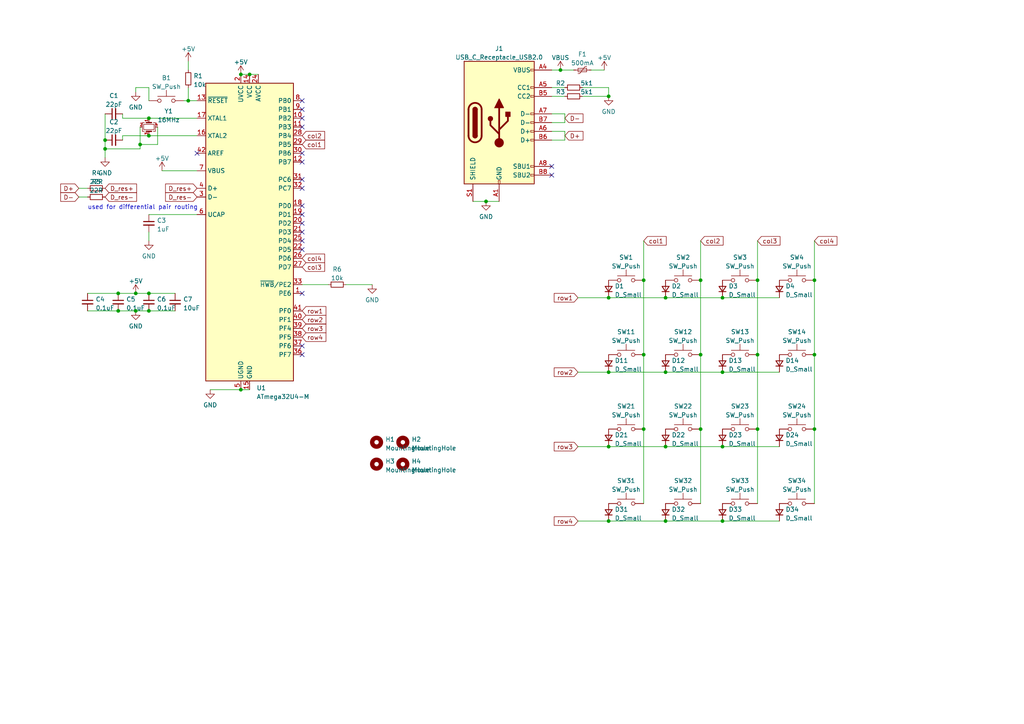
<source format=kicad_sch>
(kicad_sch (version 20211123) (generator eeschema)
  (paper "A4")
  (lib_symbols
    (symbol "Connector:USB_C_Receptacle_USB2.0" (pin_names (offset 1.016))
      (property "Reference" "J" (at -10.16 19.05 0))
      (property "Value" "USB_C_Receptacle_USB2.0" (at 19.05 19.05 0))
      (symbol "USB_C_Receptacle_USB2.0_0_0"
        (rectangle (start -0.254 -17.78) (end 0.254 -16.764))
        (rectangle (start 10.16 -14.986) (end 9.144 -15.494))
        (rectangle (start 10.16 -12.446) (end 9.144 -12.954))
        (rectangle (start 10.16 -4.826) (end 9.144 -5.334))
        (rectangle (start 10.16 -2.286) (end 9.144 -2.794))
        (rectangle (start 10.16 0.254) (end 9.144 -0.254))
        (rectangle (start 10.16 2.794) (end 9.144 2.286))
        (rectangle (start 10.16 7.874) (end 9.144 7.366))
        (rectangle (start 10.16 10.414) (end 9.144 9.906))
        (rectangle (start 10.16 15.494) (end 9.144 14.986))
      )
      (symbol "USB_C_Receptacle_USB2.0_0_1"
        (rectangle (start -10.16 17.78) (end 10.16 -17.78) (stroke (width 0.254)) (fill (type background)))
        (arc (start -8.89 -3.81) (mid -6.985 -5.715) (end -5.08 -3.81) (stroke (width 0.508)))
        (arc (start -7.62 -3.81) (mid -6.985 -4.445) (end -6.35 -3.81) (stroke (width 0.254)))
        (arc (start -7.62 -3.81) (mid -6.985 -4.445) (end -6.35 -3.81) (stroke (width 0.254)) (fill (type outline)))
        (rectangle (start -7.62 -3.81) (end -6.35 3.81) (stroke (width 0.254)) (fill (type outline)))
        (arc (start -6.35 3.81) (mid -6.985 4.445) (end -7.62 3.81) (stroke (width 0.254)))
        (arc (start -6.35 3.81) (mid -6.985 4.445) (end -7.62 3.81) (stroke (width 0.254)) (fill (type outline)))
        (arc (start -5.08 3.81) (mid -6.985 5.715) (end -8.89 3.81) (stroke (width 0.508)))
        (circle (center -2.54 1.143) (radius 0.635) (stroke (width 0.254)) (fill (type outline)))
        (circle (center 0 -5.842) (radius 1.27) (fill (type outline)))
        (polyline (pts (xy -8.89 -3.81) (xy -8.89 3.81)) (stroke (width 0.508)))
        (polyline (pts (xy -5.08 3.81) (xy -5.08 -3.81)) (stroke (width 0.508)))
        (polyline (pts (xy 0 -5.842) (xy 0 4.318)) (stroke (width 0.508)))
        (polyline (pts (xy 0 -3.302) (xy -2.54 -0.762) (xy -2.54 0.508)) (stroke (width 0.508)))
        (polyline (pts (xy 0 -2.032) (xy 2.54 0.508) (xy 2.54 1.778)) (stroke (width 0.508)))
        (polyline (pts (xy -1.27 4.318) (xy 0 6.858) (xy 1.27 4.318) (xy -1.27 4.318)) (stroke (width 0.254)) (fill (type outline)))
        (rectangle (start 1.905 1.778) (end 3.175 3.048) (stroke (width 0.254)) (fill (type outline)))
      )
      (symbol "USB_C_Receptacle_USB2.0_1_1"
        (pin passive line (at 0 -22.86 90) (length 5.08) (name "GND") (number "A1"))
        (pin passive line (at 0 -22.86 90) (length 5.08) hide (name "GND") (number "A12"))
        (pin passive line (at 15.24 15.24 180) (length 5.08) (name "VBUS") (number "A4"))
        (pin bidirectional line (at 15.24 10.16 180) (length 5.08) (name "CC1") (number "A5"))
        (pin bidirectional line (at 15.24 -2.54 180) (length 5.08) (name "D+") (number "A6"))
        (pin bidirectional line (at 15.24 2.54 180) (length 5.08) (name "D-") (number "A7"))
        (pin bidirectional line (at 15.24 -12.7 180) (length 5.08) (name "SBU1") (number "A8"))
        (pin passive line (at 15.24 15.24 180) (length 5.08) hide (name "VBUS") (number "A9"))
        (pin passive line (at 0 -22.86 90) (length 5.08) hide (name "GND") (number "B1"))
        (pin passive line (at 0 -22.86 90) (length 5.08) hide (name "GND") (number "B12"))
        (pin passive line (at 15.24 15.24 180) (length 5.08) hide (name "VBUS") (number "B4"))
        (pin bidirectional line (at 15.24 7.62 180) (length 5.08) (name "CC2") (number "B5"))
        (pin bidirectional line (at 15.24 -5.08 180) (length 5.08) (name "D+") (number "B6"))
        (pin bidirectional line (at 15.24 0 180) (length 5.08) (name "D-") (number "B7"))
        (pin bidirectional line (at 15.24 -15.24 180) (length 5.08) (name "SBU2") (number "B8"))
        (pin passive line (at 15.24 15.24 180) (length 5.08) hide (name "VBUS") (number "B9"))
        (pin passive line (at -7.62 -22.86 90) (length 5.08) (name "SHIELD") (number "S1"))
      )
    )
    (symbol "Device:C_Small" (pin_numbers hide) (pin_names (offset 0.254) hide)
      (property "Reference" "C" (at 0.254 1.778 0))
      (property "Value" "C_Small" (at 0.254 -2.032 0))
      (symbol "C_Small_0_1"
        (polyline (pts (xy -1.524 -0.508) (xy 1.524 -0.508)) (stroke (width 0.3302)))
        (polyline (pts (xy -1.524 0.508) (xy 1.524 0.508)) (stroke (width 0.3048)))
      )
      (symbol "C_Small_1_1"
        (pin passive line (at 0 2.54 270) (length 2.032) (name "~") (number "1"))
        (pin passive line (at 0 -2.54 90) (length 2.032) (name "~") (number "2"))
      )
    )
    (symbol "Device:Crystal_GND24_Small" (pin_names (offset 1.016) hide)
      (property "Reference" "Y" (at 1.27 4.445 0))
      (property "Value" "Crystal_GND24_Small" (at 1.27 2.54 0))
      (symbol "Crystal_GND24_Small_0_1"
        (rectangle (start -0.762 -1.524) (end 0.762 1.524))
        (polyline (pts (xy -1.27 -0.762) (xy -1.27 0.762)) (stroke (width 0.381)))
        (polyline (pts (xy 1.27 -0.762) (xy 1.27 0.762)) (stroke (width 0.381)))
        (polyline (pts (xy -1.27 -1.27) (xy -1.27 -1.905) (xy 1.27 -1.905) (xy 1.27 -1.27)))
        (polyline (pts (xy -1.27 1.27) (xy -1.27 1.905) (xy 1.27 1.905) (xy 1.27 1.27)))
      )
      (symbol "Crystal_GND24_Small_1_1"
        (pin passive line (at -2.54 0 0) (length 1.27) (name "1") (number "1"))
        (pin passive line (at 0 -2.54 90) (length 0.635) (name "2") (number "2"))
        (pin passive line (at 2.54 0 180) (length 1.27) (name "3") (number "3"))
        (pin passive line (at 0 2.54 270) (length 0.635) (name "4") (number "4"))
      )
    )
    (symbol "Device:D_Small" (pin_numbers hide) (pin_names (offset 0.254) hide)
      (property "Reference" "D" (at -1.27 2.032 0))
      (property "Value" "D_Small" (at -3.81 -2.032 0))
      (symbol "D_Small_0_1"
        (polyline (pts (xy -0.762 -1.016) (xy -0.762 1.016)) (stroke (width 0.254)))
        (polyline (pts (xy -0.762 0) (xy 0.762 0)))
        (polyline (pts (xy 0.762 -1.016) (xy -0.762 0) (xy 0.762 1.016) (xy 0.762 -1.016)) (stroke (width 0.254)))
      )
      (symbol "D_Small_1_1"
        (pin passive line (at -2.54 0 0) (length 1.778) (name "K") (number "1"))
        (pin passive line (at 2.54 0 180) (length 1.778) (name "A") (number "2"))
      )
    )
    (symbol "Device:Polyfuse_Small" (pin_numbers hide) (pin_names (offset 0))
      (property "Reference" "F" (at -1.905 0 90))
      (property "Value" "Polyfuse_Small" (at 1.905 0 90))
      (symbol "Polyfuse_Small_0_1"
        (rectangle (start -0.508 1.27) (end 0.508 -1.27))
        (polyline (pts (xy 0 2.54) (xy 0 -2.54)))
        (polyline (pts (xy -1.016 1.27) (xy -1.016 0.762) (xy 1.016 -0.762) (xy 1.016 -1.27)))
      )
      (symbol "Polyfuse_Small_1_1"
        (pin passive line (at 0 2.54 270) (length 0.635) (name "~") (number "1"))
        (pin passive line (at 0 -2.54 90) (length 0.635) (name "~") (number "2"))
      )
    )
    (symbol "Device:R_Small" (pin_numbers hide) (pin_names (offset 0.254) hide)
      (property "Reference" "R" (at 0.762 0.508 0))
      (property "Value" "R_Small" (at 0.762 -1.016 0))
      (symbol "R_Small_0_1"
        (rectangle (start -0.762 1.778) (end 0.762 -1.778) (stroke (width 0.2032)))
      )
      (symbol "R_Small_1_1"
        (pin passive line (at 0 2.54 270) (length 0.762) (name "~") (number "1"))
        (pin passive line (at 0 -2.54 90) (length 0.762) (name "~") (number "2"))
      )
    )
    (symbol "MCU_Microchip_ATmega:ATmega32U4-M"
      (property "Reference" "U" (at -12.7 44.45 0))
      (property "Value" "ATmega32U4-M" (at 2.54 -44.45 0))
      (symbol "ATmega32U4-M_0_1"
        (rectangle (start -12.7 -43.18) (end 12.7 43.18) (stroke (width 0.254)) (fill (type background)))
      )
      (symbol "ATmega32U4-M_1_1"
        (pin bidirectional line (at 15.24 -17.78 180) (length 2.54) (name "PE6") (number "1"))
        (pin bidirectional line (at 15.24 33.02 180) (length 2.54) (name "PB2") (number "10"))
        (pin bidirectional line (at 15.24 30.48 180) (length 2.54) (name "PB3") (number "11"))
        (pin bidirectional line (at 15.24 20.32 180) (length 2.54) (name "PB7") (number "12"))
        (pin input line (at -15.24 38.1 0) (length 2.54) (name "~{RESET}") (number "13"))
        (pin power_in line (at 0 45.72 270) (length 2.54) (name "VCC") (number "14"))
        (pin power_in line (at 0 -45.72 90) (length 2.54) (name "GND") (number "15"))
        (pin output line (at -15.24 27.94 0) (length 2.54) (name "XTAL2") (number "16"))
        (pin input line (at -15.24 33.02 0) (length 2.54) (name "XTAL1") (number "17"))
        (pin bidirectional line (at 15.24 7.62 180) (length 2.54) (name "PD0") (number "18"))
        (pin bidirectional line (at 15.24 5.08 180) (length 2.54) (name "PD1") (number "19"))
        (pin power_in line (at -2.54 45.72 270) (length 2.54) (name "UVCC") (number "2"))
        (pin bidirectional line (at 15.24 2.54 180) (length 2.54) (name "PD2") (number "20"))
        (pin bidirectional line (at 15.24 0 180) (length 2.54) (name "PD3") (number "21"))
        (pin bidirectional line (at 15.24 -5.08 180) (length 2.54) (name "PD5") (number "22"))
        (pin passive line (at 0 -45.72 90) (length 2.54) hide (name "GND") (number "23"))
        (pin power_in line (at 2.54 45.72 270) (length 2.54) (name "AVCC") (number "24"))
        (pin bidirectional line (at 15.24 -2.54 180) (length 2.54) (name "PD4") (number "25"))
        (pin bidirectional line (at 15.24 -7.62 180) (length 2.54) (name "PD6") (number "26"))
        (pin bidirectional line (at 15.24 -10.16 180) (length 2.54) (name "PD7") (number "27"))
        (pin bidirectional line (at 15.24 27.94 180) (length 2.54) (name "PB4") (number "28"))
        (pin bidirectional line (at 15.24 25.4 180) (length 2.54) (name "PB5") (number "29"))
        (pin bidirectional line (at -15.24 10.16 0) (length 2.54) (name "D-") (number "3"))
        (pin bidirectional line (at 15.24 22.86 180) (length 2.54) (name "PB6") (number "30"))
        (pin bidirectional line (at 15.24 15.24 180) (length 2.54) (name "PC6") (number "31"))
        (pin bidirectional line (at 15.24 12.7 180) (length 2.54) (name "PC7") (number "32"))
        (pin bidirectional line (at 15.24 -15.24 180) (length 2.54) (name "~{HWB}/PE2") (number "33"))
        (pin passive line (at 0 45.72 270) (length 2.54) hide (name "VCC") (number "34"))
        (pin passive line (at 0 -45.72 90) (length 2.54) hide (name "GND") (number "35"))
        (pin bidirectional line (at 15.24 -35.56 180) (length 2.54) (name "PF7") (number "36"))
        (pin bidirectional line (at 15.24 -33.02 180) (length 2.54) (name "PF6") (number "37"))
        (pin bidirectional line (at 15.24 -30.48 180) (length 2.54) (name "PF5") (number "38"))
        (pin bidirectional line (at 15.24 -27.94 180) (length 2.54) (name "PF4") (number "39"))
        (pin bidirectional line (at -15.24 12.7 0) (length 2.54) (name "D+") (number "4"))
        (pin bidirectional line (at 15.24 -25.4 180) (length 2.54) (name "PF1") (number "40"))
        (pin bidirectional line (at 15.24 -22.86 180) (length 2.54) (name "PF0") (number "41"))
        (pin passive line (at -15.24 22.86 0) (length 2.54) (name "AREF") (number "42"))
        (pin passive line (at 0 -45.72 90) (length 2.54) hide (name "GND") (number "43"))
        (pin passive line (at 2.54 45.72 270) (length 2.54) hide (name "AVCC") (number "44"))
        (pin passive line (at 0 -45.72 90) (length 2.54) hide (name "GND") (number "45"))
        (pin passive line (at -2.54 -45.72 90) (length 2.54) (name "UGND") (number "5"))
        (pin passive line (at -15.24 5.08 0) (length 2.54) (name "UCAP") (number "6"))
        (pin input line (at -15.24 17.78 0) (length 2.54) (name "VBUS") (number "7"))
        (pin bidirectional line (at 15.24 38.1 180) (length 2.54) (name "PB0") (number "8"))
        (pin bidirectional line (at 15.24 35.56 180) (length 2.54) (name "PB1") (number "9"))
      )
    )
    (symbol "Mechanical:MountingHole" (pin_names (offset 1.016))
      (property "Reference" "H" (at 0 5.08 0))
      (property "Value" "MountingHole" (at 0 3.175 0))
      (symbol "MountingHole_0_1"
        (circle (center 0 0) (radius 1.27) (stroke (width 1.27)))
      )
    )
    (symbol "Switch:SW_Push" (pin_numbers hide) (pin_names (offset 1.016) hide)
      (property "Reference" "SW" (at 1.27 2.54 0))
      (property "Value" "SW_Push" (at 0 -1.524 0))
      (symbol "SW_Push_0_1"
        (circle (center -2.032 0) (radius 0.508))
        (polyline (pts (xy 0 1.27) (xy 0 3.048)))
        (polyline (pts (xy 2.54 1.27) (xy -2.54 1.27)))
        (circle (center 2.032 0) (radius 0.508))
        (pin passive line (at -5.08 0 0) (length 2.54) (name "1") (number "1"))
        (pin passive line (at 5.08 0 180) (length 2.54) (name "2") (number "2"))
      )
    )
    (symbol "power:+5V" (power) (pin_names (offset 0))
      (property "Value" "+5V" (at 0 3.556 0))
      (symbol "+5V_0_1"
        (polyline (pts (xy -0.762 1.27) (xy 0 2.54)))
        (polyline (pts (xy 0 0) (xy 0 2.54)))
        (polyline (pts (xy 0 2.54) (xy 0.762 1.27)))
      )
      (symbol "+5V_1_1"
        (pin power_in line (at 0 0 90) (length 0) hide (name "+5V") (number "1"))
      )
    )
    (symbol "power:GND" (power) (pin_names (offset 0))
      (property "Value" "GND" (at 0 -3.81 0))
      (symbol "GND_0_1"
        (polyline (pts (xy 0 0) (xy 0 -1.27) (xy 1.27 -1.27) (xy 0 -2.54) (xy -1.27 -1.27) (xy 0 -1.27)))
      )
      (symbol "GND_1_1"
        (pin power_in line (at 0 0 270) (length 0) hide (name "GND") (number "1"))
      )
    )
    (symbol "power:VBUS" (power) (pin_names (offset 0))
      (property "Value" "VBUS" (at 0 3.81 0))
      (symbol "VBUS_0_1"
        (polyline (pts (xy -0.762 1.27) (xy 0 2.54)))
        (polyline (pts (xy 0 0) (xy 0 2.54)))
        (polyline (pts (xy 0 2.54) (xy 0.762 1.27)))
      )
      (symbol "VBUS_1_1"
        (pin power_in line (at 0 0 90) (length 0) hide (name "VBUS") (number "1"))
      )
    )
  )
  (junction (at 30.48 40.64))
  (junction (at 193.04 86.36))
  (junction (at 236.22 81.28))
  (junction (at 39.37 90.17))
  (junction (at 43.18 39.37))
  (junction (at 209.55 86.36))
  (junction (at 236.22 102.87))
  (junction (at 219.71 102.87))
  (junction (at 219.71 81.28))
  (junction (at 209.55 107.95))
  (junction (at 209.55 129.54))
  (junction (at 34.29 90.17))
  (junction (at 203.2 102.87))
  (junction (at 203.2 81.28))
  (junction (at 43.18 90.17))
  (junction (at 176.53 86.36))
  (junction (at 176.53 151.13))
  (junction (at 186.69 102.87))
  (junction (at 219.71 124.46))
  (junction (at 34.29 85.09))
  (junction (at 236.22 124.46))
  (junction (at 69.85 21.59))
  (junction (at 140.97 58.42))
  (junction (at 209.55 151.13))
  (junction (at 40.64 41.91))
  (junction (at 43.18 85.09))
  (junction (at 176.53 107.95))
  (junction (at 43.18 34.29))
  (junction (at 193.04 107.95))
  (junction (at 176.53 27.94))
  (junction (at 72.39 21.59))
  (junction (at 54.61 29.21))
  (junction (at 176.53 129.54))
  (junction (at 186.69 81.28))
  (junction (at 162.56 20.32))
  (junction (at 186.69 124.46))
  (junction (at 193.04 151.13))
  (junction (at 69.85 113.03))
  (junction (at 39.37 85.09))
  (junction (at 203.2 124.46))
  (junction (at 193.04 129.54))
  (junction (at 30.48 43.18))
  (no_connect (at 57.15 44.45))
  (no_connect (at 87.63 36.83))
  (no_connect (at 87.63 34.29))
  (no_connect (at 87.63 31.75))
  (no_connect (at 87.63 29.21))
  (no_connect (at 87.63 54.61))
  (no_connect (at 87.63 46.99))
  (no_connect (at 87.63 44.45))
  (no_connect (at 87.63 85.09))
  (no_connect (at 87.63 100.33))
  (no_connect (at 87.63 102.87))
  (no_connect (at 87.63 67.31))
  (no_connect (at 87.63 64.77))
  (no_connect (at 87.63 62.23))
  (no_connect (at 87.63 59.69))
  (no_connect (at 87.63 52.07))
  (no_connect (at 87.63 72.39))
  (no_connect (at 87.63 69.85))
  (no_connect (at 160.02 50.8))
  (no_connect (at 160.02 48.26))
  (wire (pts (xy 236.22 124.46) (xy 236.22 146.05)))
  (wire (pts (xy 87.63 82.55) (xy 95.25 82.55)))
  (wire (pts (xy 137.16 58.42) (xy 140.97 58.42)))
  (wire (pts (xy 176.53 151.13) (xy 193.04 151.13)))
  (wire (pts (xy 46.99 49.53) (xy 57.15 49.53)))
  (wire (pts (xy 43.18 39.37) (xy 57.15 39.37)))
  (wire (pts (xy 168.91 27.94) (xy 176.53 27.94)))
  (wire (pts (xy 209.55 86.36) (xy 226.06 86.36)))
  (wire (pts (xy 39.37 85.09) (xy 43.18 85.09)))
  (wire (pts (xy 219.71 124.46) (xy 219.71 146.05)))
  (wire (pts (xy 39.37 25.4) (xy 39.37 26.67)))
  (wire (pts (xy 160.02 33.02) (xy 163.83 33.02)))
  (wire (pts (xy 54.61 25.4) (xy 54.61 29.21)))
  (wire (pts (xy 40.64 41.91) (xy 40.64 36.83)))
  (wire (pts (xy 45.72 36.83) (xy 45.72 41.91)))
  (wire (pts (xy 186.69 124.46) (xy 186.69 146.05)))
  (wire (pts (xy 167.64 129.54) (xy 176.53 129.54)))
  (wire (pts (xy 171.45 20.32) (xy 175.26 20.32)))
  (wire (pts (xy 176.53 25.4) (xy 176.53 27.94)))
  (wire (pts (xy 69.85 113.03) (xy 72.39 113.03)))
  (wire (pts (xy 219.71 81.28) (xy 219.71 102.87)))
  (wire (pts (xy 43.18 25.4) (xy 39.37 25.4)))
  (wire (pts (xy 69.85 21.59) (xy 72.39 21.59)))
  (wire (pts (xy 43.18 39.37) (xy 35.56 39.37)))
  (wire (pts (xy 168.91 25.4) (xy 176.53 25.4)))
  (wire (pts (xy 22.86 54.61) (xy 25.4 54.61)))
  (wire (pts (xy 54.61 29.21) (xy 57.15 29.21)))
  (wire (pts (xy 35.56 33.02) (xy 35.56 34.29)))
  (wire (pts (xy 203.2 124.46) (xy 203.2 146.05)))
  (wire (pts (xy 176.53 86.36) (xy 193.04 86.36)))
  (wire (pts (xy 43.18 85.09) (xy 50.8 85.09)))
  (wire (pts (xy 35.56 39.37) (xy 35.56 40.64)))
  (wire (pts (xy 186.69 81.28) (xy 186.69 102.87)))
  (wire (pts (xy 167.64 107.95) (xy 176.53 107.95)))
  (wire (pts (xy 100.33 82.55) (xy 107.95 82.55)))
  (wire (pts (xy 209.55 129.54) (xy 226.06 129.54)))
  (wire (pts (xy 72.39 21.59) (xy 74.93 21.59)))
  (wire (pts (xy 25.4 85.09) (xy 34.29 85.09)))
  (wire (pts (xy 39.37 90.17) (xy 43.18 90.17)))
  (wire (pts (xy 43.18 29.21) (xy 43.18 25.4)))
  (wire (pts (xy 163.83 38.1) (xy 163.83 40.64)))
  (wire (pts (xy 22.86 57.15) (xy 25.4 57.15)))
  (wire (pts (xy 203.2 102.87) (xy 203.2 124.46)))
  (wire (pts (xy 43.18 62.23) (xy 57.15 62.23)))
  (wire (pts (xy 43.18 34.29) (xy 57.15 34.29)))
  (wire (pts (xy 43.18 90.17) (xy 50.8 90.17)))
  (wire (pts (xy 186.69 69.85) (xy 186.69 81.28)))
  (wire (pts (xy 193.04 151.13) (xy 209.55 151.13)))
  (wire (pts (xy 34.29 90.17) (xy 39.37 90.17)))
  (wire (pts (xy 186.69 102.87) (xy 186.69 124.46)))
  (wire (pts (xy 30.48 43.18) (xy 40.64 43.18)))
  (wire (pts (xy 43.18 67.31) (xy 43.18 69.85)))
  (wire (pts (xy 219.71 102.87) (xy 219.71 124.46)))
  (wire (pts (xy 236.22 81.28) (xy 236.22 102.87)))
  (wire (pts (xy 219.71 69.85) (xy 219.71 81.28)))
  (wire (pts (xy 60.96 113.03) (xy 69.85 113.03)))
  (wire (pts (xy 53.34 29.21) (xy 54.61 29.21)))
  (wire (pts (xy 203.2 81.28) (xy 203.2 102.87)))
  (wire (pts (xy 160.02 35.56) (xy 163.83 35.56)))
  (wire (pts (xy 54.61 17.78) (xy 54.61 20.32)))
  (wire (pts (xy 160.02 38.1) (xy 163.83 38.1)))
  (wire (pts (xy 236.22 102.87) (xy 236.22 124.46)))
  (wire (pts (xy 209.55 107.95) (xy 226.06 107.95)))
  (wire (pts (xy 160.02 27.94) (xy 163.83 27.94)))
  (wire (pts (xy 160.02 25.4) (xy 163.83 25.4)))
  (wire (pts (xy 30.48 40.64) (xy 30.48 43.18)))
  (wire (pts (xy 45.72 41.91) (xy 40.64 41.91)))
  (wire (pts (xy 167.64 86.36) (xy 176.53 86.36)))
  (wire (pts (xy 209.55 151.13) (xy 226.06 151.13)))
  (wire (pts (xy 30.48 33.02) (xy 30.48 40.64)))
  (wire (pts (xy 193.04 107.95) (xy 209.55 107.95)))
  (wire (pts (xy 162.56 20.32) (xy 166.37 20.32)))
  (wire (pts (xy 193.04 129.54) (xy 209.55 129.54)))
  (wire (pts (xy 160.02 20.32) (xy 162.56 20.32)))
  (wire (pts (xy 40.64 41.91) (xy 40.64 43.18)))
  (wire (pts (xy 30.48 43.18) (xy 30.48 45.72)))
  (wire (pts (xy 25.4 90.17) (xy 34.29 90.17)))
  (wire (pts (xy 163.83 35.56) (xy 163.83 33.02)))
  (wire (pts (xy 167.64 151.13) (xy 176.53 151.13)))
  (wire (pts (xy 34.29 85.09) (xy 39.37 85.09)))
  (wire (pts (xy 203.2 69.85) (xy 203.2 81.28)))
  (wire (pts (xy 193.04 86.36) (xy 209.55 86.36)))
  (wire (pts (xy 160.02 40.64) (xy 163.83 40.64)))
  (wire (pts (xy 43.18 34.29) (xy 35.56 34.29)))
  (wire (pts (xy 176.53 129.54) (xy 193.04 129.54)))
  (wire (pts (xy 236.22 69.85) (xy 236.22 81.28)))
  (wire (pts (xy 176.53 107.95) (xy 193.04 107.95)))
  (wire (pts (xy 140.97 58.42) (xy 144.78 58.42)))
  (text "used for differential pair routing\n" (at 25.4 60.96 0) (effects (font (size 1.27 1.27)) (justify left bottom)))
  (global_label "col2" (shape input) (at 203.2 69.85 0) (property "Intersheet References" "${INTERSHEET_REFS}" (effects hide)))
  (global_label "D+" (shape input) (at 22.86 54.61 180) (property "Intersheet References" "${INTERSHEET_REFS}" (effects hide)))
  (global_label "col2" (shape input) (at 87.63 39.37 0) (property "Intersheet References" "${INTERSHEET_REFS}" (effects hide)))
  (global_label "col1" (shape input) (at 186.69 69.85 0) (property "Intersheet References" "${INTERSHEET_REFS}" (effects hide)))
  (global_label "D-" (shape input) (at 22.86 57.15 180) (property "Intersheet References" "${INTERSHEET_REFS}" (effects hide)))
  (global_label "col3" (shape input) (at 87.63 77.47 0) (property "Intersheet References" "${INTERSHEET_REFS}" (effects hide)))
  (global_label "row1" (shape input) (at 87.63 90.17 0) (property "Intersheet References" "${INTERSHEET_REFS}" (effects hide)))
  (global_label "D_res-" (shape input) (at 30.48 57.15 0) (property "Intersheet References" "${INTERSHEET_REFS}" (effects hide)))
  (global_label "row3" (shape input) (at 167.64 129.54 180) (property "Intersheet References" "${INTERSHEET_REFS}" (effects hide)))
  (global_label "row4" (shape input) (at 87.63 97.79 0) (property "Intersheet References" "${INTERSHEET_REFS}" (effects hide)))
  (global_label "D-" (shape input) (at 163.83 34.29 0) (property "Intersheet References" "${INTERSHEET_REFS}" (effects hide)))
  (global_label "D_res-" (shape input) (at 57.15 57.15 180) (property "Intersheet References" "${INTERSHEET_REFS}" (effects hide)))
  (global_label "row1" (shape input) (at 167.64 86.36 180) (property "Intersheet References" "${INTERSHEET_REFS}" (effects hide)))
  (global_label "col4" (shape input) (at 87.63 74.93 0) (property "Intersheet References" "${INTERSHEET_REFS}" (effects hide)))
  (global_label "col1" (shape input) (at 87.63 41.91 0) (property "Intersheet References" "${INTERSHEET_REFS}" (effects hide)))
  (global_label "col3" (shape input) (at 219.71 69.85 0) (property "Intersheet References" "${INTERSHEET_REFS}" (effects hide)))
  (global_label "row3" (shape input) (at 87.63 95.25 0) (property "Intersheet References" "${INTERSHEET_REFS}" (effects hide)))
  (global_label "row2" (shape input) (at 167.64 107.95 180) (property "Intersheet References" "${INTERSHEET_REFS}" (effects hide)))
  (global_label "D_res+" (shape input) (at 57.15 54.61 180) (property "Intersheet References" "${INTERSHEET_REFS}" (effects hide)))
  (global_label "col4" (shape input) (at 236.22 69.85 0) (property "Intersheet References" "${INTERSHEET_REFS}" (effects hide)))
  (global_label "row2" (shape input) (at 87.63 92.71 0) (property "Intersheet References" "${INTERSHEET_REFS}" (effects hide)))
  (global_label "D+" (shape input) (at 163.83 39.37 0) (property "Intersheet References" "${INTERSHEET_REFS}" (effects hide)))
  (global_label "D_res+" (shape input) (at 30.48 54.61 0) (property "Intersheet References" "${INTERSHEET_REFS}" (effects hide)))
  (global_label "row4" (shape input) (at 167.64 151.13 180) (property "Intersheet References" "${INTERSHEET_REFS}" (effects hide)))
  (symbol (lib_id "Device:Crystal_GND24_Small") (at 43.18 36.83 270) (unit 1)
    (property "Reference" "Y1" (at 48.9139 32.2411 90))
    (property "Value" "16MHz" (at 48.9139 34.778 90))
    (property "Footprint" "Crystal:Crystal_SMD_3225-4Pin_3.2x2.5mm" (effects hide))
  )
  (symbol (lib_id "power:+5V") (at 175.26 20.32 0) (unit 1)
    (property "Reference" "#PWR03" (effects hide))
    (property "Value" "+5V" (at 175.26 16.7442 0))
  )
  (symbol (lib_id "Device:R_Small") (at 27.94 57.15 90) (unit 1)
    (property "Reference" "R5" (at 27.94 52.7136 90))
    (property "Value" "22R" (at 27.94 55.2505 90))
    (property "Footprint" "Resistor_SMD:R_0402_1005Metric" (effects hide))
  )
  (symbol (lib_id "Switch:SW_Push") (at 181.61 146.05 0) (unit 1)
    (property "Reference" "SW31" (at 181.61 139.4292 0))
    (property "Value" "SW_Push" (at 181.61 141.9661 0))
    (property "Footprint" "keyswitches:Kailh_socket_PG1350" (effects hide))
  )
  (symbol (lib_id "Device:D_Small") (at 176.53 83.82 90) (unit 1)
    (property "Reference" "D1" (at 178.308 82.9853 90) (effects (justify right)))
    (property "Value" "D_Small" (at 178.308 85.5222 90) (effects (justify right)))
    (property "Footprint" "Diode_SMD:D_SOD-323" (effects hide))
  )
  (symbol (lib_id "Device:D_Small") (at 209.55 127 90) (unit 1)
    (property "Reference" "D23" (at 211.328 126.1653 90) (effects (justify right)))
    (property "Value" "D_Small" (at 211.328 128.7022 90) (effects (justify right)))
    (property "Footprint" "Diode_SMD:D_SOD-323" (effects hide))
  )
  (symbol (lib_id "Switch:SW_Push") (at 214.63 124.46 0) (unit 1)
    (property "Reference" "SW23" (at 214.63 117.8392 0))
    (property "Value" "SW_Push" (at 214.63 120.3761 0))
    (property "Footprint" "keyswitches:Kailh_socket_PG1350" (effects hide))
  )
  (symbol (lib_id "power:GND") (at 176.53 27.94 0) (unit 1)
    (property "Reference" "#PWR06" (effects hide))
    (property "Value" "GND" (at 176.53 32.3834 0))
  )
  (symbol (lib_id "Switch:SW_Push") (at 231.14 81.28 0) (unit 1)
    (property "Reference" "SW4" (at 231.14 74.6592 0))
    (property "Value" "SW_Push" (at 231.14 77.1961 0))
    (property "Footprint" "keyswitches:Kailh_socket_PG1350" (effects hide))
  )
  (symbol (lib_id "Device:D_Small") (at 193.04 148.59 90) (unit 1)
    (property "Reference" "D32" (at 194.818 147.7553 90) (effects (justify right)))
    (property "Value" "D_Small" (at 194.818 150.2922 90) (effects (justify right)))
    (property "Footprint" "Diode_SMD:D_SOD-323" (effects hide))
  )
  (symbol (lib_id "power:+5V") (at 46.99 49.53 0) (unit 1)
    (property "Reference" "#PWR08" (effects hide))
    (property "Value" "+5V" (at 46.99 45.9542 0))
  )
  (symbol (lib_id "Device:D_Small") (at 209.55 83.82 90) (unit 1)
    (property "Reference" "D3" (at 211.328 82.9853 90) (effects (justify right)))
    (property "Value" "D_Small" (at 211.328 85.5222 90) (effects (justify right)))
    (property "Footprint" "Diode_SMD:D_SOD-323" (effects hide))
  )
  (symbol (lib_id "Switch:SW_Push") (at 214.63 102.87 0) (unit 1)
    (property "Reference" "SW13" (at 214.63 96.2492 0))
    (property "Value" "SW_Push" (at 214.63 98.7861 0))
    (property "Footprint" "keyswitches:Kailh_socket_PG1350" (effects hide))
  )
  (symbol (lib_id "Switch:SW_Push") (at 181.61 124.46 0) (unit 1)
    (property "Reference" "SW21" (at 181.61 117.8392 0))
    (property "Value" "SW_Push" (at 181.61 120.3761 0))
    (property "Footprint" "keyswitches:Kailh_socket_PG1350" (effects hide))
  )
  (symbol (lib_id "power:GND") (at 39.37 90.17 0) (unit 1)
    (property "Reference" "#PWR013" (effects hide))
    (property "Value" "GND" (at 39.37 94.6134 0))
  )
  (symbol (lib_id "Device:D_Small") (at 193.04 83.82 90) (unit 1)
    (property "Reference" "D2" (at 194.818 82.9853 90) (effects (justify right)))
    (property "Value" "D_Small" (at 194.818 85.5222 90) (effects (justify right)))
    (property "Footprint" "Diode_SMD:D_SOD-323" (effects hide))
  )
  (symbol (lib_id "power:+5V") (at 39.37 85.09 0) (unit 1)
    (property "Reference" "#PWR012" (effects hide))
    (property "Value" "+5V" (at 39.37 81.5142 0))
  )
  (symbol (lib_id "Device:D_Small") (at 209.55 148.59 90) (unit 1)
    (property "Reference" "D33" (at 211.328 147.7553 90) (effects (justify right)))
    (property "Value" "D_Small" (at 211.328 150.2922 90) (effects (justify right)))
    (property "Footprint" "Diode_SMD:D_SOD-323" (effects hide))
  )
  (symbol (lib_id "Mechanical:MountingHole") (at 116.84 128.27 0) (unit 1)
    (property "Reference" "H2" (at 119.38 127.4353 0) (effects (justify left)))
    (property "Value" "MountingHole" (at 119.38 129.9722 0) (effects (justify left)))
    (property "Footprint" "MountingHole:MountingHole_2.2mm_M2_ISO7380" (effects hide))
  )
  (symbol (lib_id "Device:D_Small") (at 209.55 105.41 90) (unit 1)
    (property "Reference" "D13" (at 211.328 104.5753 90) (effects (justify right)))
    (property "Value" "D_Small" (at 211.328 107.1122 90) (effects (justify right)))
    (property "Footprint" "Diode_SMD:D_SOD-323" (effects hide))
  )
  (symbol (lib_id "Switch:SW_Push") (at 48.26 29.21 0) (unit 1)
    (property "Reference" "B1" (at 48.26 22.5892 0))
    (property "Value" "SW_Push" (at 48.26 25.1261 0))
    (property "Footprint" "Button_Switch_SMD:SW_SPST_SKQG_WithoutStem" (effects hide))
  )
  (symbol (lib_id "Device:C_Small") (at 33.02 33.02 90) (unit 1)
    (property "Reference" "C1" (at 33.0263 27.7581 90))
    (property "Value" "22pF" (at 33.0263 30.295 90))
    (property "Footprint" "Capacitor_SMD:C_0402_1005Metric" (effects hide))
  )
  (symbol (lib_id "Switch:SW_Push") (at 198.12 81.28 0) (unit 1)
    (property "Reference" "SW2" (at 198.12 74.6592 0))
    (property "Value" "SW_Push" (at 198.12 77.1961 0))
    (property "Footprint" "keyswitches:Kailh_socket_PG1350" (effects hide))
  )
  (symbol (lib_id "Device:R_Small") (at 27.94 54.61 90) (unit 1)
    (property "Reference" "R4" (at 27.94 50.1736 90))
    (property "Value" "22R" (at 27.94 52.7105 90))
    (property "Footprint" "Resistor_SMD:R_0402_1005Metric" (effects hide))
  )
  (symbol (lib_id "Connector:USB_C_Receptacle_USB2.0") (at 144.78 35.56 0) (unit 1)
    (property "Reference" "J1" (at 144.78 14.0802 0))
    (property "Value" "USB_C_Receptacle_USB2.0" (at 144.78 16.6171 0))
    (property "Footprint" "Connector_USB:USB_C_Receptacle_XKB_U262-16XN-4BVC11" (effects hide))
    (property "Datasheet" "https://www.usb.org/sites/default/files/documents/usb_type-c.zip" (effects hide))
  )
  (symbol (lib_id "Device:R_Small") (at 97.79 82.55 90) (unit 1)
    (property "Reference" "R6" (at 97.79 78.1136 90))
    (property "Value" "10k" (at 97.79 80.6505 90))
    (property "Footprint" "Resistor_SMD:R_0402_1005Metric" (effects hide))
  )
  (symbol (lib_id "power:GND") (at 30.48 45.72 0) (unit 1)
    (property "Reference" "#PWR07" (effects hide))
    (property "Value" "GND" (at 30.48 50.1634 0))
  )
  (symbol (lib_id "Device:D_Small") (at 176.53 105.41 90) (unit 1)
    (property "Reference" "D11" (at 178.308 104.5753 90) (effects (justify right)))
    (property "Value" "D_Small" (at 178.308 107.1122 90) (effects (justify right)))
    (property "Footprint" "Diode_SMD:D_SOD-323" (effects hide))
  )
  (symbol (lib_id "power:GND") (at 60.96 113.03 0) (unit 1)
    (property "Reference" "#PWR014" (effects hide))
    (property "Value" "GND" (at 60.96 117.4734 0))
  )
  (symbol (lib_id "Device:C_Small") (at 50.8 87.63 0) (unit 1)
    (property "Reference" "C7" (at 53.1241 86.8016 0) (effects (justify left)))
    (property "Value" "10uF" (at 53.1241 89.3385 0) (effects (justify left)))
    (property "Footprint" "Capacitor_SMD:C_0402_1005Metric" (effects hide))
  )
  (symbol (lib_id "Device:D_Small") (at 226.06 83.82 90) (unit 1)
    (property "Reference" "D4" (at 227.838 82.9853 90) (effects (justify right)))
    (property "Value" "D_Small" (at 227.838 85.5222 90) (effects (justify right)))
    (property "Footprint" "Diode_SMD:D_SOD-323" (effects hide))
  )
  (symbol (lib_id "Device:D_Small") (at 176.53 127 90) (unit 1)
    (property "Reference" "D21" (at 178.308 126.1653 90) (effects (justify right)))
    (property "Value" "D_Small" (at 178.308 128.7022 90) (effects (justify right)))
    (property "Footprint" "Diode_SMD:D_SOD-323" (effects hide))
  )
  (symbol (lib_id "Switch:SW_Push") (at 231.14 146.05 0) (unit 1)
    (property "Reference" "SW34" (at 231.14 139.4292 0))
    (property "Value" "SW_Push" (at 231.14 141.9661 0))
    (property "Footprint" "keyswitches:Kailh_socket_PG1350" (effects hide))
  )
  (symbol (lib_id "power:+5V") (at 54.61 17.78 0) (unit 1)
    (property "Reference" "#PWR01" (effects hide))
    (property "Value" "+5V" (at 54.61 14.2042 0))
  )
  (symbol (lib_id "Device:C_Small") (at 43.18 87.63 0) (unit 1)
    (property "Reference" "C6" (at 45.5041 86.8016 0) (effects (justify left)))
    (property "Value" "0.1uF" (at 45.5041 89.3385 0) (effects (justify left)))
    (property "Footprint" "Capacitor_SMD:C_0402_1005Metric" (effects hide))
  )
  (symbol (lib_id "Device:D_Small") (at 226.06 105.41 90) (unit 1)
    (property "Reference" "D14" (at 227.838 104.5753 90) (effects (justify right)))
    (property "Value" "D_Small" (at 227.838 107.1122 90) (effects (justify right)))
    (property "Footprint" "Diode_SMD:D_SOD-323" (effects hide))
  )
  (symbol (lib_id "power:GND") (at 107.95 82.55 0) (unit 1)
    (property "Reference" "#PWR011" (effects hide))
    (property "Value" "GND" (at 107.95 86.9934 0))
  )
  (symbol (lib_id "Device:D_Small") (at 176.53 148.59 90) (unit 1)
    (property "Reference" "D31" (at 178.308 147.7553 90) (effects (justify right)))
    (property "Value" "D_Small" (at 178.308 150.2922 90) (effects (justify right)))
    (property "Footprint" "Diode_SMD:D_SOD-323" (effects hide))
  )
  (symbol (lib_id "Device:R_Small") (at 54.61 22.86 0) (unit 1)
    (property "Reference" "R1" (at 56.1086 22.0253 0) (effects (justify left)))
    (property "Value" "10k" (at 56.1086 24.5622 0) (effects (justify left)))
    (property "Footprint" "Resistor_SMD:R_0402_1005Metric" (effects hide))
  )
  (symbol (lib_id "Device:D_Small") (at 226.06 148.59 90) (unit 1)
    (property "Reference" "D34" (at 227.838 147.7553 90) (effects (justify right)))
    (property "Value" "D_Small" (at 227.838 150.2922 90) (effects (justify right)))
    (property "Footprint" "Diode_SMD:D_SOD-323" (effects hide))
  )
  (symbol (lib_id "Mechanical:MountingHole") (at 109.22 134.62 0) (unit 1)
    (property "Reference" "H3" (at 111.76 133.7853 0) (effects (justify left)))
    (property "Value" "MountingHole" (at 111.76 136.3222 0) (effects (justify left)))
    (property "Footprint" "MountingHole:MountingHole_2.2mm_M2_ISO7380" (effects hide))
  )
  (symbol (lib_id "Switch:SW_Push") (at 231.14 102.87 0) (unit 1)
    (property "Reference" "SW14" (at 231.14 96.2492 0))
    (property "Value" "SW_Push" (at 231.14 98.7861 0))
    (property "Footprint" "keyswitches:Kailh_socket_PG1350" (effects hide))
  )
  (symbol (lib_id "Mechanical:MountingHole") (at 109.22 128.27 0) (unit 1)
    (property "Reference" "H1" (at 111.76 127.4353 0) (effects (justify left)))
    (property "Value" "MountingHole" (at 111.76 129.9722 0) (effects (justify left)))
    (property "Footprint" "MountingHole:MountingHole_2.2mm_M2_ISO7380" (effects hide))
  )
  (symbol (lib_id "Switch:SW_Push") (at 198.12 146.05 0) (unit 1)
    (property "Reference" "SW32" (at 198.12 139.4292 0))
    (property "Value" "SW_Push" (at 198.12 141.9661 0))
    (property "Footprint" "keyswitches:Kailh_socket_PG1350" (effects hide))
  )
  (symbol (lib_id "Switch:SW_Push") (at 198.12 102.87 0) (unit 1)
    (property "Reference" "SW12" (at 198.12 96.2492 0))
    (property "Value" "SW_Push" (at 198.12 98.7861 0))
    (property "Footprint" "keyswitches:Kailh_socket_PG1350" (effects hide))
  )
  (symbol (lib_id "Switch:SW_Push") (at 198.12 124.46 0) (unit 1)
    (property "Reference" "SW22" (at 198.12 117.8392 0))
    (property "Value" "SW_Push" (at 198.12 120.3761 0))
    (property "Footprint" "keyswitches:Kailh_socket_PG1350" (effects hide))
  )
  (symbol (lib_id "Mechanical:MountingHole") (at 116.84 134.62 0) (unit 1)
    (property "Reference" "H4" (at 119.38 133.7853 0) (effects (justify left)))
    (property "Value" "MountingHole" (at 119.38 136.3222 0) (effects (justify left)))
    (property "Footprint" "MountingHole:MountingHole_2.2mm_M2_ISO7380" (effects hide))
  )
  (symbol (lib_id "Device:C_Small") (at 34.29 87.63 0) (unit 1)
    (property "Reference" "C5" (at 36.6141 86.8016 0) (effects (justify left)))
    (property "Value" "0.1uF" (at 36.6141 89.3385 0) (effects (justify left)))
    (property "Footprint" "Capacitor_SMD:C_0402_1005Metric" (effects hide))
  )
  (symbol (lib_id "MCU_Microchip_ATmega:ATmega32U4-M") (at 72.39 67.31 0) (unit 1)
    (property "Reference" "U1" (at 74.4094 112.5204 0) (effects (justify left)))
    (property "Value" "ATmega32U4-M" (at 74.4094 115.0573 0) (effects (justify left)))
    (property "Footprint" "Package_DFN_QFN:QFN-44-1EP_7x7mm_P0.5mm_EP5.2x5.2mm" (effects hide))
    (property "Datasheet" "http://ww1.microchip.com/downloads/en/DeviceDoc/Atmel-7766-8-bit-AVR-ATmega16U4-32U4_Datasheet.pdf" (effects hide))
  )
  (symbol (lib_id "Switch:SW_Push") (at 181.61 102.87 0) (unit 1)
    (property "Reference" "SW11" (at 181.61 96.2492 0))
    (property "Value" "SW_Push" (at 181.61 98.7861 0))
    (property "Footprint" "keyswitches:Kailh_socket_PG1350" (effects hide))
  )
  (symbol (lib_id "power:GND") (at 39.37 26.67 0) (unit 1)
    (property "Reference" "#PWR05" (effects hide))
    (property "Value" "GND" (at 39.37 31.1134 0))
  )
  (symbol (lib_id "Device:D_Small") (at 193.04 127 90) (unit 1)
    (property "Reference" "D22" (at 194.818 126.1653 90) (effects (justify right)))
    (property "Value" "D_Small" (at 194.818 128.7022 90) (effects (justify right)))
    (property "Footprint" "Diode_SMD:D_SOD-323" (effects hide))
  )
  (symbol (lib_id "Device:R_Small") (at 166.37 25.4 90) (unit 1)
    (property "Reference" "R2" (at 162.56 24.13 90))
    (property "Value" "5k1" (at 170.18 24.13 90))
    (property "Footprint" "Resistor_SMD:R_0402_1005Metric" (effects hide))
  )
  (symbol (lib_id "Switch:SW_Push") (at 181.61 81.28 0) (unit 1)
    (property "Reference" "SW1" (at 181.61 74.6592 0))
    (property "Value" "SW_Push" (at 181.61 77.1961 0))
    (property "Footprint" "keyswitches:Kailh_socket_PG1350" (effects hide))
  )
  (symbol (lib_id "Device:D_Small") (at 226.06 127 90) (unit 1)
    (property "Reference" "D24" (at 227.838 126.1653 90) (effects (justify right)))
    (property "Value" "D_Small" (at 227.838 128.7022 90) (effects (justify right)))
    (property "Footprint" "Diode_SMD:D_SOD-323" (effects hide))
  )
  (symbol (lib_id "Switch:SW_Push") (at 231.14 124.46 0) (unit 1)
    (property "Reference" "SW24" (at 231.14 117.8392 0))
    (property "Value" "SW_Push" (at 231.14 120.3761 0))
    (property "Footprint" "keyswitches:Kailh_socket_PG1350" (effects hide))
  )
  (symbol (lib_id "Device:D_Small") (at 193.04 105.41 90) (unit 1)
    (property "Reference" "D12" (at 194.818 104.5753 90) (effects (justify right)))
    (property "Value" "D_Small" (at 194.818 107.1122 90) (effects (justify right)))
    (property "Footprint" "Diode_SMD:D_SOD-323" (effects hide))
  )
  (symbol (lib_id "power:GND") (at 43.18 69.85 0) (unit 1)
    (property "Reference" "#PWR010" (effects hide))
    (property "Value" "GND" (at 43.18 74.2934 0))
  )
  (symbol (lib_id "Switch:SW_Push") (at 214.63 146.05 0) (unit 1)
    (property "Reference" "SW33" (at 214.63 139.4292 0))
    (property "Value" "SW_Push" (at 214.63 141.9661 0))
    (property "Footprint" "keyswitches:Kailh_socket_PG1350" (effects hide))
  )
  (symbol (lib_id "Switch:SW_Push") (at 214.63 81.28 0) (unit 1)
    (property "Reference" "SW3" (at 214.63 74.6592 0))
    (property "Value" "SW_Push" (at 214.63 77.1961 0))
    (property "Footprint" "keyswitches:Kailh_socket_PG1350" (effects hide))
  )
  (symbol (lib_id "Device:C_Small") (at 33.02 40.64 90) (unit 1)
    (property "Reference" "C2" (at 33.0263 35.3781 90))
    (property "Value" "22pF" (at 33.0263 37.915 90))
    (property "Footprint" "Capacitor_SMD:C_0402_1005Metric" (effects hide))
  )
  (symbol (lib_id "Device:C_Small") (at 25.4 87.63 0) (unit 1)
    (property "Reference" "C4" (at 27.7241 86.8016 0) (effects (justify left)))
    (property "Value" "0.1uF" (at 27.7241 89.3385 0) (effects (justify left)))
    (property "Footprint" "Capacitor_SMD:C_0402_1005Metric" (effects hide))
  )
  (symbol (lib_id "Device:R_Small") (at 166.37 27.94 90) (unit 1)
    (property "Reference" "R3" (at 162.56 26.67 90))
    (property "Value" "5k1" (at 170.18 26.67 90))
    (property "Footprint" "Resistor_SMD:R_0402_1005Metric" (effects hide))
  )
  (symbol (lib_id "power:+5V") (at 69.85 21.59 0) (unit 1)
    (property "Reference" "#PWR04" (effects hide))
    (property "Value" "+5V" (at 69.85 18.0142 0))
  )
  (symbol (lib_id "power:VBUS") (at 162.56 20.32 0) (unit 1)
    (property "Reference" "#PWR02" (effects hide))
    (property "Value" "VBUS" (at 162.56 16.7442 0))
  )
  (symbol (lib_id "Device:C_Small") (at 43.18 64.77 0) (unit 1)
    (property "Reference" "C3" (at 45.5041 63.9416 0) (effects (justify left)))
    (property "Value" "1uF" (at 45.5041 66.4785 0) (effects (justify left)))
    (property "Footprint" "Capacitor_SMD:C_0402_1005Metric" (effects hide))
  )
  (symbol (lib_id "power:GND") (at 140.97 58.42 0) (unit 1)
    (property "Reference" "#PWR09" (effects hide))
    (property "Value" "GND" (at 140.97 62.8634 0))
  )
  (symbol (lib_id "Device:Polyfuse_Small") (at 168.91 20.32 90) (unit 1)
    (property "Reference" "F1" (at 168.91 15.7312 90))
    (property "Value" "500mA" (at 168.91 18.2681 90))
    (property "Footprint" "Fuse:Fuse_1206_3216Metric" (effects hide))
  )
)
</source>
